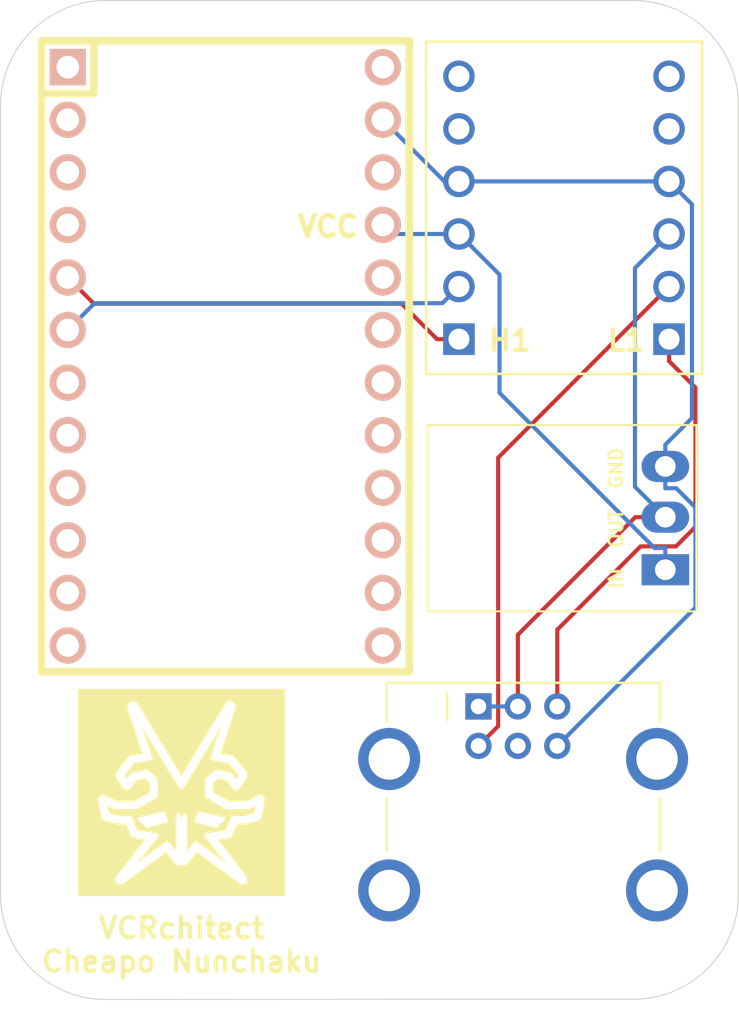
<source format=kicad_pcb>
(kicad_pcb (version 20240108) (generator "pcbnew") (generator_version "8.0")
  (layers (0 "F.Cu" signal) (31 "B.Cu" signal) (34 "B.Paste" user) (35 "F.Paste" user) (36 "B.SilkS" user "B.Silkscreen") (37 "F.SilkS" user "F.Silkscreen") (38 "B.Mask" user) (39 "F.Mask" user) (44 "Edge.Cuts" user))
  (net 0 "")
  (net 23 "Net-(U2-SDA)")
  (net 24 "Net-(U2-VCC)")
  (net 27 "Net-(U2-SCL)")
  (net 28 "Net-(Connector1-6)")
  (net 29 "Net-(Connector1-2)")
  (net 30 "Net-(Connector1-1)")
  (net 31 "Net-(Connector1-3)")
  (footprint "Library:Nintendo_Wii_Peripheral_6Pin_Socket_Horizontal" (layer "F.Cu") (at 181.134 112.585)
    (property "Reference" "Connector1" (hide yes))
    (property "Value" "Wii Connector")
    (fp_line (start -4.445 -1.143) (end -4.445 0.75) (stroke (width 0.12)) (layer "F.SilkS"))
    (fp_line (start -4.445 -1.143) (end 8.763 -1.143) (stroke (width 0.12)) (layer "F.SilkS"))
    (fp_line (start -4.445 4.445) (end -4.445 6.985) (stroke (width 0.12)) (layer "F.SilkS"))
    (fp_line (start -1.524 0.635) (end -1.524 -0.635) (stroke (width 0.12)) (layer "F.SilkS"))
    (fp_line (start 8.763 -1.143) (end 8.763 0.75) (stroke (width 0.12)) (layer "F.SilkS"))
    (fp_line (start 8.763 4.445) (end 8.763 6.985) (stroke (width 0.12)) (layer "F.SilkS"))
    (pad "1" thru_hole rect (at 0 0 180) (size 1.27 1.27) (drill 0.75) (layers "*.Cu" "*.Mask") (net 29 "Net-(Connector1-2)"))
    (pad "2" thru_hole circle (at 0 1.905 180) (size 1.27 1.27) (drill 0.75) (layers "*.Cu" "*.Mask") (net 28 "Net-(Connector1-6)"))
    (pad "3" thru_hole circle (at 1.905 0 180) (size 1.27 1.27) (drill 0.75) (layers "*.Cu" "*.Mask") (net 29 "Net-(Connector1-2)"))
    (pad "4" thru_hole circle (at 1.905 1.905 180) (size 1.27 1.27) (drill 0.75) (layers "*.Cu" "*.Mask"))
    (pad "5" thru_hole circle (at 3.81 0 180) (size 1.27 1.27) (drill 0.75) (layers "*.Cu" "*.Mask") (net 30 "Net-(Connector1-1)"))
    (pad "6" thru_hole circle (at 3.81 1.905 180) (size 1.27 1.27) (drill 0.75) (layers "*.Cu" "*.Mask") (net 31 "Net-(Connector1-3)"))
    (pad "SH" thru_hole circle (at -4.318 2.54 180) (size 3 3) (drill 2) (layers "*.Cu" "*.Mask"))
    (pad "SH" thru_hole circle (at -4.318 8.89 180) (size 3 3) (drill 2) (layers "*.Cu" "*.Mask"))
    (pad "SH" thru_hole circle (at 8.636 2.54 180) (size 3 3) (drill 2) (layers "*.Cu" "*.Mask"))
    (pad "SH" thru_hole circle (at 8.636 8.89 180) (size 3 3) (drill 2) (layers "*.Cu" "*.Mask"))
  )
  (footprint "Logic Converter:CONV_BOB-12009" (layer "F.Cu") (at 185.27 88.49 180)
    (property "Reference" "U3" (hide yes))
    (property "Value" "BOB-12009" (hide yes))
    (fp_line (start 6.665 8.025) (end -6.665 8.025) (stroke (width 0.127)) (layer "F.SilkS"))
    (fp_line (start 6.665 -8.025) (end 6.665 8.025) (stroke (width 0.127)) (layer "F.SilkS"))
    (fp_line (start -6.665 8.025) (end -6.665 -8.025) (stroke (width 0.127)) (layer "F.SilkS"))
    (fp_line (start -6.665 -8.025) (end 6.665 -8.025) (stroke (width 0.127)) (layer "F.SilkS"))
    (pad "GND_1" thru_hole circle (at 5.08 1.27 180) (size 1.524 1.524) (drill 1.016) (layers "*.Cu" "*.Mask") (net 31 "Net-(Connector1-3)"))
    (pad "GND_2" thru_hole circle (at -5.08 1.27 180) (size 1.524 1.524) (drill 1.016) (layers "*.Cu" "*.Mask") (net 31 "Net-(Connector1-3)"))
    (pad "HV" thru_hole circle (at 5.08 -1.27 180) (size 1.524 1.524) (drill 1.016) (layers "*.Cu" "*.Mask") (net 24 "Net-(U2-VCC)"))
    (pad "HV1" thru_hole rect (at 5.08 -6.35 180) (size 1.524 1.524) (drill 1.016) (layers "*.Cu" "*.Mask") (net 23 "Net-(U2-SDA)"))
    (pad "HV2" thru_hole circle (at 5.08 -3.81 180) (size 1.524 1.524) (drill 1.016) (layers "*.Cu" "*.Mask") (net 27 "Net-(U2-SCL)"))
    (pad "HV3" thru_hole circle (at 5.08 3.81 180) (size 1.524 1.524) (drill 1.016) (layers "*.Cu" "*.Mask"))
    (pad "HV4" thru_hole circle (at 5.08 6.35 180) (size 1.524 1.524) (drill 1.016) (layers "*.Cu" "*.Mask"))
    (pad "LV" thru_hole circle (at -5.08 -1.27 180) (size 1.524 1.524) (drill 1.016) (layers "*.Cu" "*.Mask") (net 29 "Net-(Connector1-2)"))
    (pad "LV1" thru_hole rect (at -5.08 -6.35 180) (size 1.524 1.524) (drill 1.016) (layers "*.Cu" "*.Mask") (net 30 "Net-(Connector1-1)"))
    (pad "LV2" thru_hole circle (at -5.08 -3.81 180) (size 1.524 1.524) (drill 1.016) (layers "*.Cu" "*.Mask") (net 28 "Net-(Connector1-6)"))
    (pad "LV3" thru_hole circle (at -5.08 3.81 180) (size 1.524 1.524) (drill 1.016) (layers "*.Cu" "*.Mask"))
    (pad "LV4" thru_hole circle (at -5.08 6.35 180) (size 1.524 1.524) (drill 1.016) (layers "*.Cu" "*.Mask"))
  )
  (footprint "Library:3.3v InOutGnd Voltage Regulator" (layer "F.Cu") (at 191.67 103.49 90)
    (property "Reference" "U4" (hide yes))
    (property "Value" "~" (hide yes))
    (fp_rect (start -4.5 -13) (end 4.5 0) (stroke (width 0.1)) (fill none) (layer "F.SilkS"))
    (fp_text user "IN  OUT  GND" (at 0 -3.5 90) (layer "F.SilkS") (effects (font (size 0.65 0.65) (thickness 0.125) (bold yes)) (justify bottom)))
    (pad "1" thru_hole rect (at -2.49 -1.5 90) (size 1.5 2.3) (drill 1) (layers "*.Cu" "*.Mask") (net 24 "Net-(U2-VCC)"))
    (pad "2" thru_hole oval (at 0.05 -1.5 90) (size 1.5 2.3) (drill 1) (layers "*.Cu" "*.Mask") (net 29 "Net-(Connector1-2)"))
    (pad "3" thru_hole oval (at 2.5 -1.5 90) (size 1.5 2.3) (drill 1) (layers "*.Cu" "*.Mask") (net 31 "Net-(Connector1-3)"))
  )
  (footprint "Library:SmallInvertVCR" (layer "F.Cu") (at 166.77 116.74)
    (property "Reference" "G***" (hide yes))
    (property "Value" "LOGO" (hide yes))
    (fp_poly (pts (xy 5.002188 0) (xy 5.002188 5.002188) (xy 0 5.002188) (xy -5.002188 5.002188) (xy -5.002188 0.357242) (xy -4.015681 0.357242) (xy -4.012796 0.392897) (xy -4.00471 0.450253) (xy -3.992319 0.524918) (xy -3.976516 0.612501) (xy -3.958194 0.70861) (xy -3.938249 0.808854) (xy -3.917573 0.908841) (xy -3.89706 1.00418) (xy -3.877605 1.09048) (xy -3.860102 1.163348) (xy -3.845444 1.218394) (xy -3.834525 1.251227) (xy -3.833065 1.254361) (xy -3.817399 1.280001) (xy -3.796628 1.302095) (xy -3.767399 1.32209) (xy -3.72636 1.341428) (xy -3.670161 1.361555) (xy -3.59545 1.383915) (xy -3.498874 1.409952) (xy -3.432057 1.427171) (xy -3.34019 1.45033) (xy -3.267779 1.467445) (xy -3.207417 1.479586) (xy -3.151698 1.487824) (xy -3.093213 1.493229) (xy -3.024557 1.496871) (xy -2.938321 1.499822) (xy -2.926976 1.500164) (xy -2.678952 1.507604) (xy -2.564742 1.79245) (xy -2.53047 1.877446) (xy -2.498747 1.955223) (xy -2.47133 2.021543) (xy -2.449976 2.072168) (xy -2.436443 2.10286) (xy -2.433663 2.108516) (xy -2.415904 2.132437) (xy -2.388597 2.152835) (xy -2.34853 2.170712) (xy -2.292489 2.187073) (xy -2.21726 2.20292) (xy -2.119629 2.219258) (xy -2.04256 2.230626) (xy -1.958698 2.242936) (xy -1.884281 2.254583) (xy -1.823687 2.264823) (xy -1.781297 2.272911) (xy -1.76149 2.278103) (xy -1.760797 2.27853) (xy -1.767495 2.290636) (xy -1.790167 2.3229) (xy -1.827552 2.373678) (xy -1.878393 2.441326) (xy -1.941431 2.524198) (xy -2.015407 2.620651) (xy -2.099063 2.729041) (xy -2.19114 2.847722) (xy -2.290379 2.97505) (xy -2.395522 3.109381) (xy -2.44401 3.171145) (xy -2.552263 3.309092) (xy -2.655877 3.441468) (xy -2.753513 3.566545) (xy -2.843833 3.682594) (xy -2.925502 3.787886) (xy -2.997181 3.880691) (xy -3.057532 3.95928) (xy -3.10522 4.021925) (xy -3.138906 4.066896) (xy -3.157253 4.092464) (xy -3.159991 4.096859) (xy -3.176417 4.150903) (xy -3.180665 4.217345) (xy -3.172964 4.283721) (xy -3.15563 4.33381) (xy -3.114895 4.38262) (xy -3.057078 4.415672) (xy -2.989013 4.431361) (xy -2.917535 4.428083) (xy -2.851389 4.405256) (xy -2.832801 4.393158) (xy -2.793508 4.365786) (xy -2.735178 4.324347) (xy -2.65948 4.270052) (xy -2.568081 4.204108) (xy -2.462651 4.127725) (xy -2.344857 4.042111) (xy -2.216367 3.948475) (xy -2.07885 3.848027) (xy -1.933975 3.741974) (xy -1.783409 3.631526) (xy -1.771609 3.622861) (xy -0.743381 2.867704) (xy -0.510392 3.160302) (xy -0.433571 3.255444) (xy -0.365711 3.336808) (xy -0.308555 3.402409) (xy -0.263846 3.450265) (xy -0.233328 3.478392) (xy -0.226737 3.482965) (xy -0.202299 3.495704) (xy -0.175822 3.50428) (xy -0.1413 3.50949) (xy -0.092725 3.51213) (xy -0.024091 3.512997) (xy 0 3.513031) (xy 0.075456 3.512523) (xy 0.12914 3.51047) (xy 0.167058 3.506074) (xy 0.195217 3.498539) (xy 0.219624 3.487069) (xy 0.226737 3.482965) (xy 0.252251 3.4617) (xy 0.292525 3.420058) (xy 0.345814 3.360025) (xy 0.410376 3.283583) (xy 0.484467 3.192715) (xy 0.510391 3.160302) (xy 0.74338 2.867704) (xy 1.771608 3.622861) (xy 1.922544 3.733597) (xy 2.067917 3.840032) (xy 2.206061 3.940956) (xy 2.335306 4.03516) (xy 2.453984 4.121435) (xy 2.560428 4.198573) (xy 2.652968 4.265365) (xy 2.729937 4.320602) (xy 2.789665 4.363075) (xy 2.830486 4.391575) (xy 2.85073 4.404894) (xy 2.851388 4.405256) (xy 2.91918 4.428403) (xy 2.9901 4.431319) (xy 3.057463 4.415663) (xy 3.114588 4.383095) (xy 3.154789 4.335273) (xy 3.157882 4.329172) (xy 3.175747 4.269853) (xy 3.181035 4.201289) (xy 3.173633 4.135854) (xy 3.15999 4.096859) (xy 3.148124 4.0795) (xy 3.120387 4.042049) (xy 3.078115 3.986235) (xy 3.022647 3.913789) (xy 2.955319 3.826438) (xy 2.877469 3.725912) (xy 2.790433 3.61394) (xy 2.69555 3.492251) (xy 2.594157 3.362575) (xy 2.487591 3.226639) (xy 2.444009 3.171145) (xy 2.336638 3.03422) (xy 2.234609 2.903564) (xy 2.139181 2.780821) (xy 2.051612 2.667637) (xy 1.973161 2.565655) (xy 1.905087 2.476519) (xy 1.848649 2.401875) (xy 1.805104 2.343367) (xy 1.775712 2.302639) (xy 1.761731 2.281336) (xy 1.760797 2.27853) (xy 1.777312 2.273774) (xy 1.816985 2.266024) (xy 1.875437 2.256025) (xy 1.948288 2.24452) (xy 2.031159 2.232254) (xy 2.04256 2.230626) (xy 2.156491 2.21343) (xy 2.245929 2.197378) (xy 2.314088 2.181466) (xy 2.364182 2.164689) (xy 2.399424 2.146045) (xy 2.42303 2.12453) (xy 2.433663 2.108516) (xy 2.443666 2.086753) (xy 2.462176 2.043405) (xy 2.487435 1.982707) (xy 2.517687 1.908898) (xy 2.551173 1.826216) (xy 2.564741 1.79245) (xy 2.678952 1.507604) (xy 2.926976 1.500164) (xy 3.0157 1.497225) (xy 3.085997 1.493716) (xy 3.145271 1.488567) (xy 3.200932 1.480709) (xy 3.260385 1.469069) (xy 3.331039 1.452579) (xy 3.420299 1.430167) (xy 3.432057 1.427171) (xy 3.542738 1.398362) (xy 3.629627 1.374062) (xy 3.696074 1.352826) (xy 3.745431 1.33321) (xy 3.781049 1.313769) (xy 3.80628 1.29306) (xy 3.824475 1.269638) (xy 3.833065 1.254361) (xy 3.843191 1.225971) (xy 3.857225 1.174599) (xy 3.874271 1.104636) (xy 3.893434 1.020473) (xy 3.913819 0.926501) (xy 3.934532 0.82711) (xy 3.954678 0.726691) (xy 3.973362 0.629635) (xy 3.98969 0.540332) (xy 4.002766 0.463174) (xy 4.011696 0.402549) (xy 4.015585 0.362851) (xy 4.015681 0.358267) (xy 4.00455 0.277029) (xy 3.972157 0.213279) (xy 3.919857 0.168355) (xy 3.849004 0.143596) (xy 3.793758 0.138949) (xy 3.768877 0.140241) (xy 3.7421 0.145089) (xy 3.709841 0.154954) (xy 3.668509 0.171297) (xy 3.614515 0.195578) (xy 3.544271 0.229258) (xy 3.454188 0.273797) (xy 3.418162 0.291794) (xy 3.112714 0.444639) (xy 2.713487 0.444639) (xy 2.31426 0.444639) (xy 1.907458 0.212547) (xy 1.500656 -0.019544) (xy 1.500656 -0.221945) (xy 1.500656 -0.424346) (xy 1.632239 -0.555381) (xy 1.763821 -0.686417) (xy 1.974781 -0.64579) (xy 2.048744 -0.630775) (xy 2.113416 -0.616196) (xy 2.163676 -0.60332) (xy 2.194401 -0.593413) (xy 2.200994 -0.58982) (xy 2.21348 -0.573537) (xy 2.238331 -0.538236) (xy 2.272657 -0.488124) (xy 2.313565 -0.427412) (xy 2.345181 -0.379936) (xy 2.400873 -0.297691) (xy 2.446168 -0.236398) (xy 2.484746 -0.193052) (xy 2.520286 -0.164643) (xy 2.55647 -0.148164) (xy 2.596978 -0.140608) (xy 2.640043 -0.13895) (xy 2.683319 -0.140477) (xy 2.719984 -0.146884) (xy 2.753163 -0.16091) (xy 2.785977 -0.185297) (xy 2.821549 -0.222784) (xy 2.863 -0.276111) (xy 2.913452 -0.348017) (xy 2.964118 -0.423348) (xy 3.013657 -0.498158) (xy 3.059165 -0.567757) (xy 3.09789 -0.627867) (xy 3.127082 -0.674213) (xy 3.143989 -0.702518) (xy 3.145466 -0.705272) (xy 3.161046 -0.755246) (xy 3.167563 -0.819492) (xy 3.164998 -0.886138) (xy 3.153333 -0.943309) (xy 3.145858 -0.961367) (xy 3.127627 -0.990304) (xy 3.094778 -1.036097) (xy 3.049902 -1.095567) (xy 2.995588 -1.165537) (xy 2.934428 -1.24283) (xy 2.869012 -1.324266) (xy 2.80193 -1.406669) (xy 2.735774 -1.486861) (xy 2.673133 -1.561665) (xy 2.616598 -1.627901) (xy 2.568761 -1.682392) (xy 2.532211 -1.721962) (xy 2.509539 -1.743431) (xy 2.506721 -1.74538) (xy 2.475605 -1.758903) (xy 2.425316 -1.773288) (xy 2.353556 -1.789056) (xy 2.258028 -1.806732) (xy 2.177028 -1.820316) (xy 2.091848 -1.834509) (xy 2.016072 -1.847786) (xy 1.953968 -1.859348) (xy 1.909805 -1.868392) (xy 1.887849 -1.874118) (xy 1.886391 -1.87488) (xy 1.889118 -1.889121) (xy 1.900072 -1.927757) (xy 1.918627 -1.988841) (xy 1.944157 -2.070426) (xy 1.976037 -2.170565) (xy 2.013639 -2.287312) (xy 2.056339 -2.418719) (xy 2.10351 -2.562839) (xy 2.154527 -2.717726) (xy 2.208763 -2.881432) (xy 2.244186 -2.987866) (xy 2.319456 -3.214257) (xy 2.385727 -3.414921) (xy 2.443162 -3.59037) (xy 2.491922 -3.741114) (xy 2.532169 -3.867663) (xy 2.564063 -3.970528) (xy 2.587767 -4.050219) (xy 2.603442 -4.107248) (xy 2.611249 -4.142124) (xy 2.612254 -4.151577) (xy 2.605427 -4.203574) (xy 2.588528 -4.256919) (xy 2.583667 -4.267317) (xy 2.542848 -4.318786) (xy 2.483338 -4.357669) (xy 2.411996 -4.382302) (xy 2.335684 -4.391022) (xy 2.261263 -4.382166) (xy 2.204166 -4.359318) (xy 2.195747 -4.353307) (xy 2.185426 -4.343418) (xy 2.172502 -4.328528) (xy 2.15627 -4.307514) (xy 2.13603 -4.279255) (xy 2.111079 -4.242628) (xy 2.080714 -4.196511) (xy 2.044233 -4.139781) (xy 2.000934 -4.071315) (xy 1.950114 -3.989992) (xy 1.891072 -3.894688) (xy 1.823104 -3.784282) (xy 1.745509 -3.657652) (xy 1.657584 -3.513674) (xy 1.558626 -3.351226) (xy 1.447934 -3.169186) (xy 1.324805 -2.966432) (xy 1.188536 -2.74184) (xy 1.078673 -2.560673) (xy 0.955557 -2.357691) (xy 0.836346 -2.161296) (xy 0.721837 -1.972794) (xy 0.612827 -1.79349) (xy 0.510112 -1.624688) (xy 0.414488 -1.467694) (xy 0.326752 -1.323812) (xy 0.247699 -1.194348) (xy 0.178127 -1.080605) (xy 0.118831 -0.98389) (xy 0.070609 -0.905507) (xy 0.034255 -0.846762) (xy 0.010567 -0.808958) (xy 0.000341 -0.793401) (xy 0 -0.793063) (xy -0.007873 -0.804732) (xy -0.029342 -0.838868) (xy -0.063611 -0.894167) (xy -0.109885 -0.969323) (xy -0.167365 -1.063032) (xy -0.235257 -1.173989) (xy -0.312763 -1.300888) (xy -0.399088 -1.442426) (xy -0.493435 -1.597296) (xy -0.595008 -1.764194) (xy -0.70301 -1.941815) (xy -0.816646 -2.128855) (xy -0.935118 -2.324007) (xy -1.057631 -2.525968) (xy -1.078674 -2.560673) (xy -1.225131 -2.802169) (xy -1.357929 -3.020997) (xy -1.47777 -3.218278) (xy -1.585355 -3.395136) (xy -1.681388 -3.552692) (xy -1.76657 -3.692069) (xy -1.841605 -3.81439) (xy -1.907193 -3.920776) (xy -1.964039 -4.012351) (xy -2.012843 -4.090237) (xy -2.054309 -4.155555) (xy -2.089138 -4.209429) (xy -2.118033 -4.252981) (xy -2.141697 -4.287332) (xy -2.160831 -4.313607) (xy -2.176139 -4.332927) (xy -2.188322 -4.346414) (xy -2.198082 -4.355191) (xy -2.204166 -4.359318) (xy -2.271503 -4.384567) (xy -2.346614 -4.390814) (xy -2.422636 -4.379723) (xy -2.49271 -4.352955) (xy -2.549974 -4.312176) (xy -2.583667 -4.267317) (xy -2.602156 -4.216818) (xy -2.611838 -4.162545) (xy -2.612254 -4.151577) (xy -2.608416 -4.127854) (xy -2.596792 -4.08224) (xy -2.577223 -4.014225) (xy -2.549545 -3.923298) (xy -2.513599 -3.808948) (xy -2.469221 -3.670666) (xy -2.416251 -3.50794) (xy -2.354528 -3.32026) (xy -2.283889 -3.107115) (xy -2.244187 -2.987866) (xy -2.188248 -2.819617) (xy -2.135137 -2.658965) (xy -2.085478 -2.507856) (xy -2.039897 -2.368239) (xy -1.99902 -2.242059) (xy -1.963474 -2.131264) (xy -1.933884 -2.0378) (xy -1.910876 -1.963615) (xy -1.895076 -1.910656) (xy -1.887109 -1.880869) (xy -1.886391 -1.87488) (xy -1.902648 -1.870029) (xy -1.942092 -1.861675) (xy -2.000456 -1.850621) (xy -2.073471 -1.837666) (xy -2.156871 -1.823613) (xy -2.177029 -1.820316) (xy -2.290301 -1.801021) (xy -2.37822 -1.783992) (xy -2.443083 -1.768708) (xy -2.487187 -1.754646) (xy -2.506721 -1.74538) (xy -2.526063 -1.728228) (xy -2.559841 -1.692291) (xy -2.605464 -1.640747) (xy -2.660343 -1.576774) (xy -2.721887 -1.503549) (xy -2.787505 -1.424249) (xy -2.854606 -1.342054) (xy -2.9206 -1.26014) (xy -2.982897 -1.181686) (xy -3.038905 -1.109869) (xy -3.086035 -1.047867) (xy -3.121695 -0.998858) (xy -3.143295 -0.966019) (xy -3.145859 -0.961367) (xy -3.161286 -0.91157) (xy -3.167606 -0.847398) (xy -3.164837 -0.780722) (xy -3.152997 -0.723415) (xy -3.145467 -0.705272) (xy -3.130965 -0.680525) (xy -3.103704 -0.636996) (xy -3.066432 -0.578962) (xy -3.021902 -0.5107) (xy -2.972863 -0.436486) (xy -2.964118 -0.423348) (xy -2.903879 -0.334033) (xy -2.855219 -0.265561) (xy -2.815017 -0.215191) (xy -2.780151 -0.180183) (xy -2.747498 -0.157799) (xy -2.713936 -0.145296) (xy -2.676343 -0.139937) (xy -2.640044 -0.13895) (xy -2.592523 -0.141059) (xy -2.552628 -0.149391) (xy -2.516679 -0.166954) (xy -2.480996 -0.196755) (xy -2.441899 -0.241801) (xy -2.395709 -0.305102) (xy -2.345182 -0.379936) (xy -2.301344 -0.44564) (xy -2.262026 -0.503746) (xy -2.230118 -0.550045) (xy -2.208514 -0.580329) (xy -2.200995 -0.58982) (xy -2.182611 -0.597654) (xy -2.141997 -0.609125) (xy -2.084273 -0.622966) (xy -2.014563 -0.637909) (xy -1.974782 -0.64579) (xy -1.763822 -0.686417) (xy -1.632239 -0.555381) (xy -1.500657 -0.424346) (xy -1.500657 -0.221945) (xy -1.500657 -0.019544) (xy -1.907459 0.212547) (xy -2.314261 0.444639) (xy -2.713488 0.444639) (xy -3.112715 0.444639) (xy -3.418162 0.291794) (xy -3.516067 0.243111) (xy -3.592895 0.205809) (xy -3.652217 0.178433) (xy -3.697602 0.159525) (xy -3.732622 0.147628) (xy -3.760845 0.141286) (xy -3.785843 0.139042) (xy -3.792734 0.138949) (xy -3.875169 0.149871) (xy -3.939936 0.181728) (xy -3.985643 0.233155) (xy -4.010895 0.302789) (xy -4.015681 0.357242) (xy -5.002188 0.357242) (xy -5.002188 0) (xy -5.002188 -5.002188) (xy 0 -5.002188) (xy 5.002188 -5.002188)) (fill solid) (layer "F.SilkS"))
    (fp_poly (pts (xy 1.894801 -3.150528) (xy 1.88337 -3.112828) (xy 1.864634 -3.053499) (xy 1.839359 -2.9749) (xy 1.80831 -2.879391) (xy 1.772255 -2.769331) (xy 1.731959 -2.647079) (xy 1.688188 -2.514994) (xy 1.653247 -2.410017) (xy 1.607146 -2.271346) (xy 1.563799 -2.140147) (xy 1.523996 -2.01886) (xy 1.488523 -1.909927) (xy 1.458169 -1.815788) (xy 1.433723 -1.738884) (xy 1.415973 -1.681657) (xy 1.405707 -1.646546) (xy 1.403391 -1.636277) (xy 1.405094 -1.617939) (xy 1.411988 -1.602299) (xy 1.426753 -1.588537) (xy 1.45207 -1.575834) (xy 1.490619 -1.56337) (xy 1.54508 -1.550328) (xy 1.618133 -1.535887) (xy 1.712457 -1.519229) (xy 1.830734 -1.499534) (xy 1.873751 -1.49251) (xy 2.293078 -1.424234) (xy 2.525614 -1.133682) (xy 2.587466 -1.056211) (xy 2.643445 -0.985733) (xy 2.691241 -0.925188) (xy 2.728544 -0.877512) (xy 2.753045 -0.845644) (xy 2.762425 -0.832538) (xy 2.757229 -0.817337) (xy 2.740521 -0.786452) (xy 2.716726 -0.746855) (xy 2.690266 -0.705512) (xy 2.665563 -0.669393) (xy 2.647041 -0.645468) (xy 2.640043 -0.639703) (xy 2.630227 -0.650619) (xy 2.60845 -0.680449) (xy 2.577835 -0.724765) (xy 2.541502 -0.77914) (xy 2.537731 -0.784875) (xy 2.499457 -0.841047) (xy 2.464627 -0.888334) (xy 2.436949 -0.921951) (xy 2.420134 -0.937112) (xy 2.419554 -0.93733) (xy 2.390689 -0.944757) (xy 2.340158 -0.955977) (xy 2.272548 -0.970112) (xy 2.192449 -0.986282) (xy 2.104449 -1.003609) (xy 2.013136 -1.021214) (xy 1.923099 -1.038219) (xy 1.838926 -1.053744) (xy 1.765207 -1.06691) (xy 1.706529 -1.076839) (xy 1.667481 -1.082652) (xy 1.65474 -1.083808) (xy 1.637764 -1.082406) (xy 1.620111 -1.076645) (xy 1.598958 -1.064194) (xy 1.571485 -1.042721) (xy 1.53487 -1.009894) (xy 1.486292 -0.963381) (xy 1.422929 -0.900851) (xy 1.372581 -0.850614) (xy 1.139387 -0.61742) (xy 1.139387 -0.214101) (xy 1.139716 -0.087908) (xy 1.140766 0.012787) (xy 1.142629 0.090268) (xy 1.145399 0.14682) (xy 1.14917 0.184727) (xy 1.154034 0.206275) (xy 1.156756 0.211441) (xy 1.172263 0.222925) (xy 1.209342 0.2465) (xy 1.265362 0.280605) (xy 1.337691 0.323678) (xy 1.423696 0.374158) (xy 1.520745 0.430483) (xy 1.626206 0.491091) (xy 1.676479 0.519786) (xy 2.178834 0.805908) (xy 2.708394 0.805908) (xy 3.237954 0.805908) (xy 3.405952 0.721693) (xy 3.467869 0.691347) (xy 3.520503 0.666859) (xy 3.55913 0.650328) (xy 3.579025 0.643855) (xy 3.580562 0.644092) (xy 3.58126 0.66046) (xy 3.576355 0.697527) (xy 3.567196 0.749083) (xy 3.55513 0.808921) (xy 3.541507 0.870833) (xy 3.527676 0.92861) (xy 3.514984 0.976044) (xy 3.504782 1.006928) (xy 3.499913 1.015333) (xy 3.481927 1.021602) (xy 3.441644 1.033064) (xy 3.383793 1.048456) (xy 3.313107 1.066511) (xy 3.250215 1.082091) (xy 3.01583 1.139387) (xy 2.733327 1.139387) (xy 2.626548 1.13996) (xy 2.545148 1.14177) (xy 2.486739 1.144953) (xy 2.448934 1.149645) (xy 2.429342 1.155982) (xy 2.428235 1.156756) (xy 2.417123 1.173986) (xy 2.397577 1.213467) (xy 2.371218 1.271543) (xy 2.339666 1.344556) (xy 2.304542 1.428851) (xy 2.272519 1.508071) (xy 2.139393 1.842017) (xy 1.649825 1.911025) (xy 1.513984 1.9303) (xy 1.403141 1.946543) (xy 1.314758 1.96047) (xy 1.246296 1.972794) (xy 1.195218 1.984231) (xy 1.158986 1.995495) (xy 1.135061 2.007301) (xy 1.120905 2.020364) (xy 1.113979 2.035398) (xy 1.111747 2.053117) (xy 1.111597 2.062572) (xy 1.111746 2.070374) (xy 1.112998 2.07851) (xy 1.116559 2.088596) (xy 1.123636 2.102246) (xy 1.135437 2.121076) (xy 1.153169 2.146702) (xy 1.178038 2.180738) (xy 1.211251 2.224801) (xy 1.254016 2.280505) (xy 1.307538 2.349466) (xy 1.373026 2.4333) (xy 1.451686 2.533621) (xy 1.544726 2.652045) (xy 1.653351 2.790188) (xy 1.691268 2.8384) (xy 1.775923 2.946156) (xy 1.855136 3.047208) (xy 1.927284 3.139472) (xy 1.990748 3.220865) (xy 2.043908 3.289305) (xy 2.085142 3.34271) (xy 2.112832 3.378995) (xy 2.125357 3.39608) (xy 2.12593 3.397119) (xy 2.115057 3.390215) (xy 2.083718 3.368235) (xy 2.033833 3.332569) (xy 1.967319 3.284609) (xy 1.886097 3.225745) (xy 1.792085 3.157368) (xy 1.687202 3.08087) (xy 1.573368 2.997641) (xy 1.452501 2.909072) (xy 1.443534 2.902494) (xy 1.32112 2.812824) (xy 1.204704 2.727825) (xy 1.096327 2.648971) (xy 0.998029 2.577731) (xy 0.911851 2.515577) (xy 0.839832 2.46398) (xy 0.784013 2.424413) (xy 0.746434 2.398345) (xy 0.729134 2.387248) (xy 0.728968 2.38717) (xy 0.705544 2.379001) (xy 0.682904 2.37844) (xy 0.658438 2.387665) (xy 0.629535 2.408851) (xy 0.593585 2.444175) (xy 0.547975 2.495813) (xy 0.490096 2.565942) (xy 0.440592 2.627563) (xy 0.250109 2.866119) (xy 0.250109 1.96206) (xy 0.250124 1.776732) (xy 0.250063 1.617254) (xy 0.24977 1.481688) (xy 0.249384 1.41714) (xy 0.641336 1.41714) (xy 0.720148 1.440057) (xy 0.877723 1.485769) (xy 1.027106 1.528899) (xy 1.166129 1.568831) (xy 1.292623 1.604954) (xy 1.404419 1.636653) (xy 1.499347 1.663314) (xy 1.57524 1.684324) (xy 1.629928 1.699069) (xy 1.661241 1.706936) (xy 1.667564 1.708104) (xy 1.683166 1.698932) (xy 1.715036 1.672719) (xy 1.760036 1.632315) (xy 1.815027 1.580569) (xy 1.876871 1.520331) (xy 1.902734 1.494586) (xy 1.973835 1.422924) (xy 2.027021 1.368029) (xy 2.064389 1.327391) (xy 2.088035 1.298494) (xy 2.100059 1.278827) (xy 2.102556 1.265877) (xy 2.099373 1.25898) (xy 2.088822 1.235131) (xy 2.090816 1.223365) (xy 2.096054 1.209888) (xy 2.094885 1.208862) (xy 2.080749 1.205934) (xy 2.042194 1.197551) (xy 1.981922 1.184308) (xy 1.902638 1.166804) (xy 1.807043 1.145637) (xy 1.697842 1.121403) (xy 1.577737 1.094702) (xy 1.465317 1.06967) (xy 1.337257 1.041306) (xy 1.21719 1.015042) (xy 1.107904 0.991463) (xy 1.012184 0.971157) (xy 0.932817 0.954707) (xy 0.872588 0.942701) (xy 0.834285 0.935725) (xy 0.821003 0.934194) (xy 0.809375 0.948627) (xy 0.791067 0.987247) (xy 0.767107 1.047539) (xy 0.738525 1.126991) (xy 0.721348 1.177525) (xy 0.641336 1.41714) (xy 0.249384 1.41714) (xy 0.24909 1.368096) (xy 0.247865 1.274538) (xy 0.245939 1.199076) (xy 0.243157 1.139771) (xy 0.239361 1.094684) (xy 0.234395 1.061876) (xy 0.228103 1.039409) (xy 0.220329 1.025343) (xy 0.210916 1.01774) (xy 0.199709 1.014661) (xy 0.186549 1.014168) (xy 0.173687 1.014332) (xy 0.148813 1.017701) (xy 0.127419 1.030683) (xy 0.105804 1.057588) (xy 0.080267 1.102728) (xy 0.056369 1.151034) (xy 0.033013 1.197544) (xy 0.013598 1.232434) (xy 0.001528 1.24969) (xy 0 1.250547) (xy -0.009568 1.238934) (xy -0.02738 1.208104) (xy -0.050029 1.164071) (xy -0.05637 1.151034) (xy -0.087262 1.089423) (xy -0.111464 1.049274) (xy -0.132676 1.026277) (xy -0.154597 1.016119) (xy -0.173687 1.014332) (xy -0.188632 1.014153) (xy -0.201492 1.014908) (xy -0.212423 1.018535) (xy -0.221583 1.026975) (xy -0.229127 1.042165) (xy -0.235212 1.066044) (xy -0.239995 1.100551) (xy -0.24363 1.147625) (xy -0.246276 1.209205) (xy -0.248088 1.28723) (xy -0.249222 1.383638) (xy -0.249835 1.500368) (xy -0.250083 1.639359) (xy -0.250123 1.80255) (xy -0.25011 1.96206) (xy -0.25011 2.866119) (xy -0.440593 2.627563) (xy -0.508673 2.543115) (xy -0.562646 2.478689) (xy -0.605122 2.43211) (xy -0.638713 2.4012) (xy -0.66603 2.383784) (xy -0.689683 2.377684) (xy -0.712283 2.380725) (xy -0.728969 2.38717) (xy -0.745697 2.397845) (xy -0.782759 2.423531) (xy -0.838116 2.462756) (xy -0.909727 2.514049) (xy -0.995552 2.575939) (xy -1.093551 2.646955) (xy -1.201684 2.725624) (xy -1.317911 2.810477) (xy -1.440192 2.900041) (xy -1.443535 2.902494) (xy -1.564836 2.991395) (xy -1.679243 3.075057) (xy -1.784838 3.152089) (xy -1.879701 3.2211) (xy -1.961913 3.280699) (xy -2.029555 3.329495) (xy -2.080709 3.366097) (xy -2.113454 3.389114) (xy -2.125872 3.397155) (xy -2.12593 3.397119) (xy -2.117598 3.385347) (xy -2.09368 3.353835) (xy -2.055798 3.304665) (xy -2.005572 3.239919) (xy -1.944621 3.161681) (xy -1.874567 3.072033) (xy -1.797029 2.973057) (xy -1.713627 2.866838) (xy -1.691268 2.8384) (xy -1.577445 2.693663) (xy -1.479592 2.569157) (xy -1.3965 2.463267) (xy -1.326964 2.374377) (xy -1.269775 2.300872) (xy -1.223728 2.241137) (xy -1.187615 2.193555) (xy -1.16023 2.156513) (xy -1.140364 2.128394) (xy -1.126812 2.107582) (xy -1.118367 2.092464) (xy -1.113821 2.081422) (xy -1.111967 2.072843) (xy -1.111599 2.065109) (xy -1.111598 2.062572) (xy -1.112502 2.043344) (xy -1.116906 2.027137) (xy -1.127349 2.013238) (xy -1.146369 2.00093) (xy -1.176504 1.989501) (xy -1.220292 1.978234) (xy -1.280271 1.966415) (xy -1.358979 1.95333) (xy -1.458955 1.938264) (xy -1.582737 1.920503) (xy -1.649826 1.911025) (xy -2.139394 1.842017) (xy -2.27252 1.508071) (xy -2.309426 1.416965) (xy -2.344163 1.333978) (xy -2.372613 1.268507) (xy -2.102714 1.268507) (xy -2.098121 1.28284) (xy -2.0835 1.304493) (xy -2.056751 1.335979) (xy -2.015778 1.37981) (xy -1.958484 1.438499) (xy -1.902735 1.494586) (xy -1.839424 1.557369) (xy -1.782227 1.612899) (xy -1.734179 1.658326) (xy -1.698316 1.690802) (xy -1.677671 1.707474) (xy -1.674325 1.709081) (xy -1.657892 1.705395) (xy -1.6181 1.694955) (xy -1.558296 1.678684) (xy -1.481828 1.657505) (xy -1.392046 1.632342) (xy -1.292297 1.60412) (xy -1.243413 1.5902) (xy -1.13543 1.559364) (xy -1.031669 1.529683) (xy -0.936355 1.502371) (xy -0.853716 1.478639) (xy -0.787976 1.4597) (xy -0.743361 1.446767) (xy -0.734102 1.444055) (xy -0.641453 1.41679) (xy -0.721407 1.17735) (xy -0.752064 1.088545) (xy -0.778663 1.017525) (xy -0.800173 0.966804) (xy -0.815565 0.938898) (xy -0.821003 0.934194) (xy -0.838216 0.936375) (xy -0.879751 0.94409) (xy -0.942821 0.956752) (xy -1.024641 0.973776) (xy -1.122424 0.994575) (xy -1.233384 1.018563) (xy -1.354735 1.045156) (xy -1.465318 1.06967) (xy -1.592774 1.098047) (xy -1.711703 1.124481) (xy -1.8194 1.148375) (xy -1.913163 1.169131) (xy -1.990288 1.18615) (xy -2.048073 1.198836) (xy -2.083815 1.206591) (xy -2.094885 1.208862) (xy -2.093773 1.218021) (xy -2.090817 1.223365) (xy -2.09111 1.244655) (xy -2.099374 1.25898) (xy -2.102714 1.268507) (xy -2.372613 1.268507) (xy -2.375109 1.262764) (xy -2.400645 1.206982) (xy -2.419149 1.170286) (xy -2.428236 1.156756) (xy -2.446037 1.150237) (xy -2.4818 1.145377) (xy -2.537913 1.14204) (xy -2.616763 1.140091) (xy -2.720741 1.139393) (xy -2.733328 1.139387) (xy -3.01583 1.139387) (xy -3.250216 1.082091) (xy -3.327787 1.062813) (xy -3.396325 1.045181) (xy -3.451096 1.030462) (xy -3.487372 1.01992) (xy -3.499914 1.015333) (xy -3.507624 0.999422) (xy -3.518751 0.962695) (xy -3.531944 0.911358) (xy -3.545855 0.851621) (xy -3.559136 0.78969) (xy -3.570437 0.731775) (xy -3.578411 0.684084) (xy -3.581708 0.652824) (xy -3.580562 0.644092) (xy -3.566436 0.647541) (xy -3.532324 0.661605) (xy -3.48295 0.684185) (xy -3.423037 0.71318) (xy -3.405952 0.721693) (xy -3.237955 0.805908) (xy -2.708395 0.805908) (xy -2.178835 0.805908) (xy -1.67648 0.519786) (xy -1.568051 0.457741) (xy -1.466832 0.399265) (xy -1.375453 0.34592) (xy -1.296549 0.299269) (xy -1.23275 0.260872) (xy -1.186689 0.232292) (xy -1.160998 0.215089) (xy -1.156756 0.211441) (xy -1.15134 0.196868) (xy -1.147062 0.16702) (xy -1.143828 0.119614) (xy -1.141545 0.052365) (xy -1.14012 -0.037012) (xy -1.13946 -0.150802) (xy -1.139388 -0.214101) (xy -1.139388 -0.61742) (xy -1.372581 -0.850614) (xy -1.447045 -0.924783) (xy -1.504894 -0.981422) (xy -1.548949 -1.022863) (xy -1.582031 -1.051437) (xy -1.606963 -1.069475) (xy -1.626566 -1.079311) (xy -1.64366 -1.083275) (xy -1.654741 -1.083808) (xy -1.678434 -1.081169) (xy -1.724765 -1.073838) (xy -1.789144 -1.062694) (xy -1.866984 -1.048616) (xy -1.953695 -1.032482) (xy -2.04469 -1.015171) (xy -2.135379 -0.997563) (xy -2.221175 -0.980535) (xy -2.297489 -0.964967) (xy -2.359731 -0.951737) (xy -2.403315 -0.941725) (xy -2.419554 -0.93733) (xy -2.435604 -0.923422) (xy -2.462737 -0.890773) (xy -2.497244 -0.844168) (xy -2.535417 -0.788392) (xy -2.537732 -0.784875) (xy -2.574459 -0.729749) (xy -2.605776 -0.684244) (xy -2.628562 -0.65279) (xy -2.639696 -0.639814) (xy -2.640044 -0.639703) (xy -2.65144 -0.650646) (xy -2.672176 -0.678762) (xy -2.697831 -0.717082) (xy -2.723982 -0.758637) (xy -2.746206 -0.796459) (xy -2.760079 -0.823578) (xy -2.762426 -0.832538) (xy -2.75293 -0.845796) (xy -2.728338 -0.877779) (xy -2.690957 -0.925549) (xy -2.6431 -0.98617) (xy -2.587075 -1.056703) (xy -2.525615 -1.133682) (xy -2.293079 -1.424234) (xy -1.873751 -1.49251) (xy -1.747305 -1.513341) (xy -1.645663 -1.530875) (xy -1.566144 -1.545931) (xy -1.506068 -1.559329) (xy -1.462755 -1.571888) (xy -1.433525 -1.584426) (xy -1.415698 -1.597763) (xy -1.406594 -1.612718) (xy -1.403533 -1.63011) (xy -1.403392 -1.636277) (xy -1.407685 -1.653665) (xy -1.420039 -1.694955) (xy -1.439664 -1.757706) (xy -1.465774 -1.839479) (xy -1.49758 -1.937831) (xy -1.534293 -2.050321) (xy -1.575126 -2.17451) (xy -1.61929 -2.307956) (xy -1.653248 -2.410017) (xy -1.699138 -2.547972) (xy -1.742132 -2.677877) (xy -1.781465 -2.797375) (xy -1.81637 -2.904105) (xy -1.846082 -2.995709) (xy -1.869834 -3.069828) (xy -1.88686 -3.124102) (xy -1.896393 -3.156171) (xy -1.898161 -3.16424) (xy -1.890478 -3.153224) (xy -1.869277 -3.119863) (xy -1.835432 -3.065585) (xy -1.789817 -2.991818) (xy -1.733306 -2.89999) (xy -1.666773 -2.791528) (xy -1.591092 -2.667862) (xy -1.507137 -2.530418) (xy -1.415781 -2.380626) (xy -1.3179 -2.219911) (xy -1.214366 -2.049704) (xy -1.106054 -1.871431) (xy -1.005758 -1.706173) (xy -0.893266 -1.520911) (xy -0.784305 -1.341827) (xy -0.67979 -1.170405) (xy -0.580636 -1.008131) (xy -0.487759 -0.856492) (xy -0.402073 -0.716972) (xy -0.324494 -0.591057) (xy -0.255936 -0.480234) (xy -0.197316 -0.385987) (xy -0.149547 -0.309803) (xy -0.113546 -0.253167) (xy -0.090227 -0.217566) (xy -0.08106 -0.204951) (xy -0.034034 -0.172836) (xy 0.015577 -0.167776) (xy 0.064011 -0.189771) (xy 0.08106 -0.204951) (xy 0.092876 -0.221501) (xy 0.118153 -0.260349) (xy 0.155976 -0.320007) (xy 0.205428 -0.398992) (xy 0.265595 -0.495816) (xy 0.335563 -0.608995) (xy 0.414415 -0.737042) (xy 0.501236 -0.878473) (xy 0.595112 -1.0318) (xy 0.695127 -1.195539) (xy 0.800366 -1.368203) (xy 0.909915 -1.548307) (xy 1.005757 -1.706173) (xy 1.117605 -1.890454) (xy 1.225457 -2.067949) (xy 1.32844 -2.237228) (xy 1.425678 -2.396865) (xy 1.516299 -2.54543) (xy 1.599428 -2.681496) (xy 1.674191 -2.803636) (xy 1.739715 -2.910421) (xy 1.795125 -3.000422) (xy 1.839547 -3.072213) (xy 1.872107 -3.124366) (xy 1.891932 -3.155451) (xy 1.89816 -3.16424)) (fill solid) (layer "F.SilkS"))
  )
  (footprint "ProMicroFootprint:ARDUINO_PRO_MICRO" (layer "F.Cu") (at 168.89 95.67 -90)
    (property "Reference" "U2" (hide yes))
    (property "Value" "ProMicro" (hide yes))
    (fp_line (start -15.24 8.89) (end 15.24 8.89) (stroke (width 0.381)) (layer "F.SilkS"))
    (fp_line (start 15.24 8.89) (end 15.24 -8.89) (stroke (width 0.381)) (layer "F.SilkS"))
    (fp_line (start -15.24 6.35) (end -12.7 6.35) (stroke (width 0.381)) (layer "F.SilkS"))
    (fp_line (start -12.7 6.35) (end -12.7 8.89) (stroke (width 0.381)) (layer "F.SilkS"))
    (fp_line (start -15.24 -8.89) (end -15.24 8.89) (stroke (width 0.381)) (layer "F.SilkS"))
    (fp_line (start 15.24 -8.89) (end -15.24 -8.89) (stroke (width 0.381)) (layer "F.SilkS"))
    (pad "1" thru_hole rect (at -13.97 7.62 270) (size 1.7526 1.7526) (drill 1.0922) (layers "*.Cu" "*.SilkS" "*.Mask"))
    (pad "2" thru_hole circle (at -11.43 7.62 270) (size 1.7526 1.7526) (drill 1.0922) (layers "*.Cu" "*.SilkS" "*.Mask"))
    (pad "3" thru_hole circle (at -8.89 7.62 270) (size 1.7526 1.7526) (drill 1.0922) (layers "*.Cu" "*.SilkS" "*.Mask"))
    (pad "4" thru_hole circle (at -6.35 7.62 270) (size 1.7526 1.7526) (drill 1.0922) (layers "*.Cu" "*.SilkS" "*.Mask"))
    (pad "5" thru_hole circle (at -3.81 7.62 270) (size 1.7526 1.7526) (drill 1.0922) (layers "*.Cu" "*.SilkS" "*.Mask") (net 23 "Net-(U2-SDA)"))
    (pad "6" thru_hole circle (at -1.27 7.62 270) (size 1.7526 1.7526) (drill 1.0922) (layers "*.Cu" "*.SilkS" "*.Mask") (net 27 "Net-(U2-SCL)"))
    (pad "7" thru_hole circle (at 1.27 7.62 270) (size 1.7526 1.7526) (drill 1.0922) (layers "*.Cu" "*.SilkS" "*.Mask"))
    (pad "8" thru_hole circle (at 3.81 7.62 270) (size 1.7526 1.7526) (drill 1.0922) (layers "*.Cu" "*.SilkS" "*.Mask"))
    (pad "9" thru_hole circle (at 6.35 7.62 270) (size 1.7526 1.7526) (drill 1.0922) (layers "*.Cu" "*.SilkS" "*.Mask"))
    (pad "10" thru_hole circle (at 8.89 7.62 270) (size 1.7526 1.7526) (drill 1.0922) (layers "*.Cu" "*.SilkS" "*.Mask"))
    (pad "11" thru_hole circle (at 11.43 7.62 270) (size 1.7526 1.7526) (drill 1.0922) (layers "*.Cu" "*.SilkS" "*.Mask"))
    (pad "12" thru_hole circle (at 13.97 7.62 270) (size 1.7526 1.7526) (drill 1.0922) (layers "*.Cu" "*.SilkS" "*.Mask"))
    (pad "13" thru_hole circle (at 13.97 -7.62 270) (size 1.7526 1.7526) (drill 1.0922) (layers "*.Cu" "*.SilkS" "*.Mask"))
    (pad "14" thru_hole circle (at 11.43 -7.62 270) (size 1.7526 1.7526) (drill 1.0922) (layers "*.Cu" "*.SilkS" "*.Mask"))
    (pad "15" thru_hole circle (at 8.89 -7.62 270) (size 1.7526 1.7526) (drill 1.0922) (layers "*.Cu" "*.SilkS" "*.Mask"))
    (pad "16" thru_hole circle (at 6.35 -7.62 270) (size 1.7526 1.7526) (drill 1.0922) (layers "*.Cu" "*.SilkS" "*.Mask"))
    (pad "17" thru_hole circle (at 3.81 -7.62 270) (size 1.7526 1.7526) (drill 1.0922) (layers "*.Cu" "*.SilkS" "*.Mask"))
    (pad "18" thru_hole circle (at 1.27 -7.62 270) (size 1.7526 1.7526) (drill 1.0922) (layers "*.Cu" "*.SilkS" "*.Mask"))
    (pad "19" thru_hole circle (at -1.27 -7.62 270) (size 1.7526 1.7526) (drill 1.0922) (layers "*.Cu" "*.SilkS" "*.Mask"))
    (pad "20" thru_hole circle (at -3.81 -7.62 270) (size 1.7526 1.7526) (drill 1.0922) (layers "*.Cu" "*.SilkS" "*.Mask"))
    (pad "21" thru_hole circle (at -6.35 -7.62 270) (size 1.7526 1.7526) (drill 1.0922) (layers "*.Cu" "*.SilkS" "*.Mask") (net 24 "Net-(U2-VCC)"))
    (pad "22" thru_hole circle (at -8.89 -7.62 270) (size 1.7526 1.7526) (drill 1.0922) (layers "*.Cu" "*.SilkS" "*.Mask"))
    (pad "23" thru_hole circle (at -11.43 -7.62 270) (size 1.7526 1.7526) (drill 1.0922) (layers "*.Cu" "*.SilkS" "*.Mask") (net 31 "Net-(Connector1-3)"))
    (pad "24" thru_hole circle (at -13.97 -7.62 270) (size 1.7526 1.7526) (drill 1.0922) (layers "*.Cu" "*.SilkS" "*.Mask"))
  )
  (gr_line (start 188.627898 126.727898) (end 163.1 126.74) (stroke (width 0.05)) (layer "Edge.Cuts"))
  (gr_line (start 188.627898 78.48) (end 163.1 78.48) (stroke (width 0.05)) (layer "Edge.Cuts"))
  (gr_arc (start 158.02 83.56) (mid 159.507898 79.967898) (end 163.1 78.48) (stroke (width 0.05)) (layer "Edge.Cuts"))
  (gr_arc (start 193.707898 121.647898) (mid 192.22 125.24) (end 188.627898 126.727898) (stroke (width 0.05)) (layer "Edge.Cuts"))
  (gr_arc (start 163.1 126.74) (mid 159.507898 125.252102) (end 158.02 121.66) (stroke (width 0.05)) (layer "Edge.Cuts"))
  (gr_line (start 158.02 83.56) (end 158.02 121.66) (stroke (width 0.05)) (layer "Edge.Cuts"))
  (gr_arc (start 188.627898 78.48) (mid 192.22 79.967898) (end 193.707898 83.56) (stroke (width 0.05)) (layer "Edge.Cuts"))
  (gr_line (start 193.707898 83.56) (end 193.707898 121.647898) (stroke (width 0.05)) (layer "Edge.Cuts"))
  (gr_text "L1" (at 187.27 95.49 0) (layer "F.SilkS") (effects (font (size 1 1) (thickness 0.2) (bold yes)) (justify left bottom)))
  (gr_text "VCC" (at 172.27 89.99 0) (layer "F.SilkS") (effects (font (size 1 1) (thickness 0.25) (bold yes)) (justify left bottom)))
  (gr_text "H1" (at 181.52 95.49 0) (layer "F.SilkS") (effects (font (size 1 1) (thickness 0.2) (bold yes)) (justify left bottom)))
  (gr_text "VCRchitect\nCheapo Nunchaku" (at 166.77 125.49 0) (layer "F.SilkS") (effects (font (size 1 1) (thickness 0.2) (bold yes)) (justify bottom)))
  (segment (start 162.54 93.13) (end 177.4163 93.13) (width 0.2) (layer "F.Cu") (net 23))
  (segment (start 177.4163 93.13) (end 179.1263 94.84) (width 0.2) (layer "F.Cu") (net 23))
  (segment (start 161.27 91.86) (end 162.54 93.13) (width 0.2) (layer "F.Cu") (net 23))
  (segment (start 180.19 94.84) (end 179.1263 94.84) (width 0.2) (layer "F.Cu") (net 23))
  (segment (start 176.95 89.76) (end 176.51 89.32) (width 0.2) (layer "B.Cu") (net 24))
  (segment (start 182.1514 97.4356) (end 182.1514 91.7214) (width 0.2) (layer "B.Cu") (net 24))
  (segment (start 182.1514 91.7214) (end 180.19 89.76) (width 0.2) (layer "B.Cu") (net 24))
  (segment (start 180.19 89.76) (end 176.95 89.76) (width 0.2) (layer "B.Cu") (net 24))
  (segment (start 190.17 104.9283) (end 189.6441 104.9283) (width 0.2) (layer "B.Cu") (net 24))
  (segment (start 190.17 105.98) (end 190.17 104.9283) (width 0.2) (layer "B.Cu") (net 24))
  (segment (start 189.6441 104.9283) (end 182.1514 97.4356) (width 0.2) (layer "B.Cu") (net 24))
  (segment (start 179.3864 93.1036) (end 180.19 92.3) (width 0.2) (layer "B.Cu") (net 27))
  (segment (start 162.5664 93.1036) (end 179.3864 93.1036) (width 0.2) (layer "B.Cu") (net 27))
  (segment (start 161.27 94.4) (end 162.5664 93.1036) (width 0.2) (layer "B.Cu") (net 27))
  (segment (start 182.0865 113.5375) (end 182.0865 100.5635) (width 0.2) (layer "F.Cu") (net 28))
  (segment (start 182.0865 100.5635) (end 190.35 92.3) (width 0.2) (layer "F.Cu") (net 28))
  (segment (start 181.134 114.49) (end 182.0865 113.5375) (width 0.2) (layer "F.Cu") (net 28))
  (segment (start 190.17 103.44) (end 188.7183 103.44) (width 0.2) (layer "F.Cu") (net 29))
  (segment (start 183.039 109.1193) (end 188.7183 103.44) (width 0.2) (layer "F.Cu") (net 29))
  (segment (start 183.039 112.585) (end 183.039 109.1193) (width 0.2) (layer "F.Cu") (net 29))
  (segment (start 183.039 112.585) (end 181.134 112.585) (width 0.2) (layer "B.Cu") (net 29))
  (segment (start 188.7022 91.4078) (end 190.35 89.76) (width 0.2) (layer "B.Cu") (net 29))
  (segment (start 188.7022 101.9722) (end 188.7022 91.4078) (width 0.2) (layer "B.Cu") (net 29))
  (segment (start 190.17 103.44) (end 188.7022 101.9722) (width 0.2) (layer "B.Cu") (net 29))
  (segment (start 188.9718 104.8515) (end 190.6851 104.8515) (width 0.2) (layer "F.Cu") (net 30))
  (segment (start 190.35 94.84) (end 190.35 95.9037) (width 0.2) (layer "F.Cu") (net 30))
  (segment (start 184.944 112.585) (end 184.944 108.8793) (width 0.2) (layer "F.Cu") (net 30))
  (segment (start 190.6851 104.8515) (end 191.6253 103.9113) (width 0.2) (layer "F.Cu") (net 30))
  (segment (start 184.944 108.8793) (end 188.9718 104.8515) (width 0.2) (layer "F.Cu") (net 30))
  (segment (start 191.6253 103.9113) (end 191.6253 97.179) (width 0.2) (layer "F.Cu") (net 30))
  (segment (start 191.6253 97.179) (end 190.35 95.9037) (width 0.2) (layer "F.Cu") (net 30))
  (segment (start 191.6257 102.9716) (end 191.6257 107.8083) (width 0.2) (layer "B.Cu") (net 31))
  (segment (start 190.6958 102.0417) (end 191.6257 102.9716) (width 0.2) (layer "B.Cu") (net 31))
  (segment (start 190.17 99.9383) (end 191.4583 98.65) (width 0.2) (layer "B.Cu") (net 31))
  (segment (start 191.4583 88.3283) (end 190.35 87.22) (width 0.2) (layer "B.Cu") (net 31))
  (segment (start 179.49 87.22) (end 180.19 87.22) (width 0.2) (layer "B.Cu") (net 31))
  (segment (start 190.17 101.4139) (end 190.17 102.0417) (width 0.2) (layer "B.Cu") (net 31))
  (segment (start 190.17 100.99) (end 190.17 99.9383) (width 0.2) (layer "B.Cu") (net 31))
  (segment (start 190.17 102.0417) (end 190.6958 102.0417) (width 0.2) (layer "B.Cu") (net 31))
  (segment (start 190.35 87.22) (end 180.19 87.22) (width 0.2) (layer "B.Cu") (net 31))
  (segment (start 176.51 84.24) (end 179.49 87.22) (width 0.2) (layer "B.Cu") (net 31))
  (segment (start 191.6257 107.8083) (end 184.944 114.49) (width 0.2) (layer "B.Cu") (net 31))
  (segment (start 191.4583 98.65) (end 191.4583 88.3283) (width 0.2) (layer "B.Cu") (net 31))
  (segment (start 190.17 101.4139) (end 190.17 100.99) (width 0.2) (layer "B.Cu") (net 31))
)
</source>
